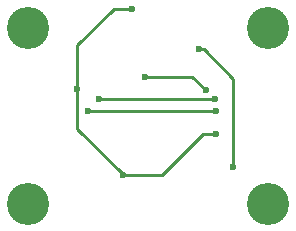
<source format=gbl>
%TF.GenerationSoftware,KiCad,Pcbnew,7.0.8-7.0.8~ubuntu22.04.1*%
%TF.CreationDate,2024-02-19T17:21:30-08:00*%
%TF.ProjectId,275nm_SU_CULBN2_16mA,3237356e-6d5f-4535-955f-43554c424e32,rev?*%
%TF.SameCoordinates,Original*%
%TF.FileFunction,Copper,L2,Bot*%
%TF.FilePolarity,Positive*%
%FSLAX46Y46*%
G04 Gerber Fmt 4.6, Leading zero omitted, Abs format (unit mm)*
G04 Created by KiCad (PCBNEW 7.0.8-7.0.8~ubuntu22.04.1) date 2024-02-19 17:21:30*
%MOMM*%
%LPD*%
G01*
G04 APERTURE LIST*
%TA.AperFunction,ComponentPad*%
%ADD10C,3.570000*%
%TD*%
%TA.AperFunction,ViaPad*%
%ADD11C,0.600000*%
%TD*%
%TA.AperFunction,Conductor*%
%ADD12C,0.250000*%
%TD*%
G04 APERTURE END LIST*
D10*
%TO.P,M1,~*%
%TO.N,N/C*%
X52540000Y-52540000D03*
%TD*%
%TO.P,M2,~*%
%TO.N,N/C*%
X72860000Y-52540000D03*
%TD*%
%TO.P,M3,~*%
%TO.N,N/C*%
X72860000Y-67460000D03*
%TD*%
%TO.P,M4,~*%
%TO.N,N/C*%
X52540000Y-67460000D03*
%TD*%
D11*
%TO.N,GND*%
X60604400Y-64947800D03*
X56718200Y-57683400D03*
X61341000Y-50876200D03*
X68453000Y-61493400D03*
%TO.N,/VIN*%
X67564000Y-57758204D03*
X62433200Y-56642000D03*
%TO.N,/10V*%
X69900800Y-64312800D03*
X67005200Y-54330600D03*
%TO.N,/SCL*%
X68402200Y-58496200D03*
X58572400Y-58496200D03*
%TO.N,/SDA*%
X57632600Y-59537600D03*
X68472931Y-59517669D03*
%TD*%
D12*
%TO.N,GND*%
X60629800Y-64973200D02*
X63906400Y-64973200D01*
X56718200Y-57683400D02*
X56718200Y-61036200D01*
X56718200Y-61036200D02*
X60604400Y-64922400D01*
X60604400Y-64947800D02*
X60629800Y-64973200D01*
X56718200Y-53949600D02*
X59791600Y-50876200D01*
X60604400Y-64922400D02*
X60604400Y-64947800D01*
X59791600Y-50876200D02*
X61341000Y-50876200D01*
X63906400Y-64973200D02*
X67386200Y-61493400D01*
X56718200Y-57683400D02*
X56718200Y-53949600D01*
X67386200Y-61493400D02*
X68453000Y-61493400D01*
%TO.N,/VIN*%
X66447796Y-56642000D02*
X67564000Y-57758204D01*
X62433200Y-56642000D02*
X66447796Y-56642000D01*
%TO.N,/10V*%
X69900800Y-56819800D02*
X67411600Y-54330600D01*
X69900800Y-64312800D02*
X69900800Y-56819800D01*
X67411600Y-54330600D02*
X67005200Y-54330600D01*
%TO.N,/SCL*%
X58572400Y-58496200D02*
X68402200Y-58496200D01*
%TO.N,/SDA*%
X57652531Y-59517669D02*
X68472931Y-59517669D01*
X57632600Y-59537600D02*
X57652531Y-59517669D01*
%TD*%
M02*

</source>
